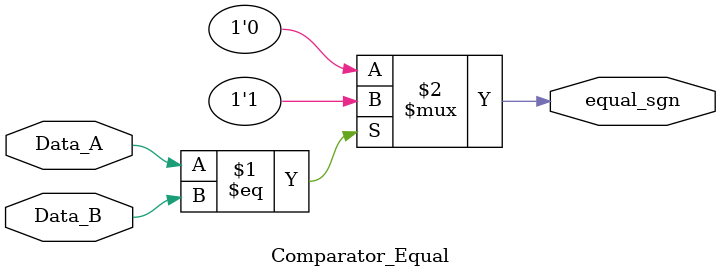
<source format=v>
`timescale 1ns / 1ps

//This comparator is exclusive to comparate the sign bits (1 Bit width) of the operands,
//the result is useful to take decisions about add or subtract significands
//in the third phase of execution

module Comparator_Equal

//It needs to be adjustable because it's used in two modules,
//but this parameter is not a function of the width of the format
	# (parameter S = 1)
	(
	input wire [S-1:0] Data_A,
	input wire [S-1:0] Data_B,
	output wire equal_sgn
    );

assign equal_sgn = (Data_A == Data_B) ? 1'b1 : 1'b0;
//The result is 1 if the signs are equal otherwise is 0.

endmodule

</source>
